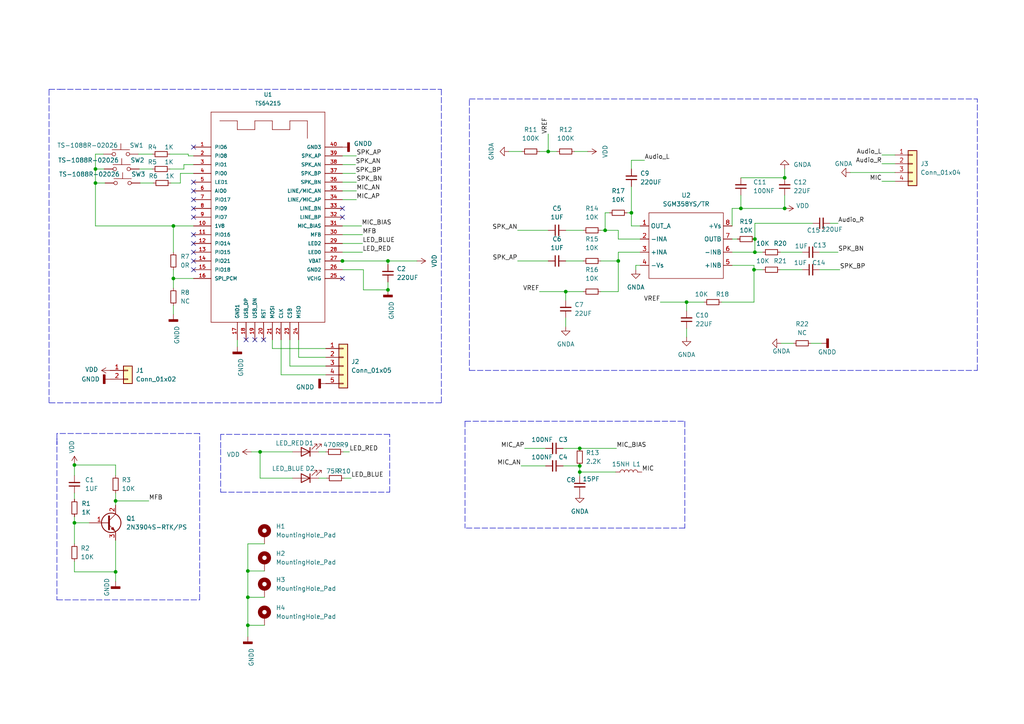
<source format=kicad_sch>
(kicad_sch (version 20211123) (generator eeschema)
  (paper "A4")
  (lib_symbols
    (symbol "Connector_Generic:Conn_01x02" (pin_names (offset 1.016) hide)
      (property "Reference" "J" (at 0 2.54 0))
      (property "Value" "Conn_01x02" (at 0 -5.08 0))
      (symbol "Conn_01x02_1_1"
        (rectangle (start -1.27 -2.413) (end 0 -2.667) (stroke (width 0.1524)))
        (rectangle (start -1.27 0.127) (end 0 -0.127) (stroke (width 0.1524)))
        (rectangle (start -1.27 1.27) (end 1.27 -3.81) (stroke (width 0.254)) (fill (type background)))
        (pin passive line (at -5.08 0 0) (length 3.81) (name "Pin_1") (number "1"))
        (pin passive line (at -5.08 -2.54 0) (length 3.81) (name "Pin_2") (number "2"))
      )
    )
    (symbol "Connector_Generic:Conn_01x04" (pin_names (offset 1.016) hide)
      (property "Reference" "J" (at 0 5.08 0))
      (property "Value" "Conn_01x04" (at 0 -7.62 0))
      (symbol "Conn_01x04_1_1"
        (rectangle (start -1.27 -4.953) (end 0 -5.207) (stroke (width 0.1524)))
        (rectangle (start -1.27 -2.413) (end 0 -2.667) (stroke (width 0.1524)))
        (rectangle (start -1.27 0.127) (end 0 -0.127) (stroke (width 0.1524)))
        (rectangle (start -1.27 2.667) (end 0 2.413) (stroke (width 0.1524)))
        (rectangle (start -1.27 3.81) (end 1.27 -6.35) (stroke (width 0.254)) (fill (type background)))
        (pin passive line (at -5.08 2.54 0) (length 3.81) (name "Pin_1") (number "1"))
        (pin passive line (at -5.08 0 0) (length 3.81) (name "Pin_2") (number "2"))
        (pin passive line (at -5.08 -2.54 0) (length 3.81) (name "Pin_3") (number "3"))
        (pin passive line (at -5.08 -5.08 0) (length 3.81) (name "Pin_4") (number "4"))
      )
    )
    (symbol "Connector_Generic:Conn_01x05" (pin_names (offset 1.016) hide)
      (property "Reference" "J" (at 0 7.62 0))
      (property "Value" "Conn_01x05" (at 0 -7.62 0))
      (symbol "Conn_01x05_1_1"
        (rectangle (start -1.27 -4.953) (end 0 -5.207) (stroke (width 0.1524)))
        (rectangle (start -1.27 -2.413) (end 0 -2.667) (stroke (width 0.1524)))
        (rectangle (start -1.27 0.127) (end 0 -0.127) (stroke (width 0.1524)))
        (rectangle (start -1.27 2.667) (end 0 2.413) (stroke (width 0.1524)))
        (rectangle (start -1.27 5.207) (end 0 4.953) (stroke (width 0.1524)))
        (rectangle (start -1.27 6.35) (end 1.27 -6.35) (stroke (width 0.254)) (fill (type background)))
        (pin passive line (at -5.08 5.08 0) (length 3.81) (name "Pin_1") (number "1"))
        (pin passive line (at -5.08 2.54 0) (length 3.81) (name "Pin_2") (number "2"))
        (pin passive line (at -5.08 0 0) (length 3.81) (name "Pin_3") (number "3"))
        (pin passive line (at -5.08 -2.54 0) (length 3.81) (name "Pin_4") (number "4"))
        (pin passive line (at -5.08 -5.08 0) (length 3.81) (name "Pin_5") (number "5"))
      )
    )
    (symbol "Device:C_Small" (pin_numbers hide) (pin_names (offset 0.254) hide)
      (property "Reference" "C" (at 0.254 1.778 0))
      (property "Value" "C_Small" (at 0.254 -2.032 0))
      (symbol "C_Small_0_1"
        (polyline (pts (xy -1.524 -0.508) (xy 1.524 -0.508)) (stroke (width 0.3302)))
        (polyline (pts (xy -1.524 0.508) (xy 1.524 0.508)) (stroke (width 0.3048)))
      )
      (symbol "C_Small_1_1"
        (pin passive line (at 0 2.54 270) (length 2.032) (name "~") (number "1"))
        (pin passive line (at 0 -2.54 90) (length 2.032) (name "~") (number "2"))
      )
    )
    (symbol "Device:L" (pin_numbers hide) (pin_names (offset 1.016) hide)
      (property "Reference" "L" (at -1.27 0 90))
      (property "Value" "L" (at 1.905 0 90))
      (symbol "L_0_1"
        (arc (start 0 -2.54) (mid 0.635 -1.905) (end 0 -1.27))
        (arc (start 0 -1.27) (mid 0.635 -0.635) (end 0 0))
        (arc (start 0 0) (mid 0.635 0.635) (end 0 1.27))
        (arc (start 0 1.27) (mid 0.635 1.905) (end 0 2.54))
      )
      (symbol "L_1_1"
        (pin passive line (at 0 3.81 270) (length 1.27) (name "1") (number "1"))
        (pin passive line (at 0 -3.81 90) (length 1.27) (name "2") (number "2"))
      )
    )
    (symbol "Device:LED" (pin_numbers hide) (pin_names (offset 1.016) hide)
      (property "Reference" "D" (at 0 2.54 0))
      (property "Value" "LED" (at 0 -2.54 0))
      (symbol "LED_0_1"
        (polyline (pts (xy -1.27 -1.27) (xy -1.27 1.27)) (stroke (width 0.254)))
        (polyline (pts (xy -1.27 0) (xy 1.27 0)))
        (polyline (pts (xy 1.27 -1.27) (xy 1.27 1.27) (xy -1.27 0) (xy 1.27 -1.27)) (stroke (width 0.254)))
        (polyline (pts (xy -3.048 -0.762) (xy -4.572 -2.286) (xy -3.81 -2.286) (xy -4.572 -2.286) (xy -4.572 -1.524)))
        (polyline (pts (xy -1.778 -0.762) (xy -3.302 -2.286) (xy -2.54 -2.286) (xy -3.302 -2.286) (xy -3.302 -1.524)))
      )
      (symbol "LED_1_1"
        (pin passive line (at -3.81 0 0) (length 2.54) (name "K") (number "1"))
        (pin passive line (at 3.81 0 180) (length 2.54) (name "A") (number "2"))
      )
    )
    (symbol "Device:Q_NPN_BCE" (pin_names (offset 0) hide)
      (property "Reference" "Q" (at 5.08 1.27 0))
      (property "Value" "Q_NPN_BCE" (at 5.08 -1.27 0))
      (symbol "Q_NPN_BCE_0_1"
        (polyline (pts (xy 0.635 0.635) (xy 2.54 2.54)))
        (polyline (pts (xy 0.635 -0.635) (xy 2.54 -2.54) (xy 2.54 -2.54)))
        (polyline (pts (xy 0.635 1.905) (xy 0.635 -1.905) (xy 0.635 -1.905)) (stroke (width 0.508)))
        (polyline (pts (xy 1.27 -1.778) (xy 1.778 -1.27) (xy 2.286 -2.286) (xy 1.27 -1.778) (xy 1.27 -1.778)) (fill (type outline)))
        (circle (center 1.27 0) (radius 2.8194) (stroke (width 0.254)))
      )
      (symbol "Q_NPN_BCE_1_1"
        (pin input line (at -5.08 0 0) (length 5.715) (name "B") (number "1"))
        (pin passive line (at 2.54 5.08 270) (length 2.54) (name "C") (number "2"))
        (pin passive line (at 2.54 -5.08 90) (length 2.54) (name "E") (number "3"))
      )
    )
    (symbol "Device:R_Small" (pin_numbers hide) (pin_names (offset 0.254) hide)
      (property "Reference" "R" (at 0.762 0.508 0))
      (property "Value" "R_Small" (at 0.762 -1.016 0))
      (symbol "R_Small_0_1"
        (rectangle (start -0.762 1.778) (end 0.762 -1.778) (stroke (width 0.2032)))
      )
      (symbol "R_Small_1_1"
        (pin passive line (at 0 2.54 270) (length 0.762) (name "~") (number "1"))
        (pin passive line (at 0 -2.54 90) (length 0.762) (name "~") (number "2"))
      )
    )
    (symbol "Mechanical:MountingHole_Pad" (pin_numbers hide) (pin_names (offset 1.016) hide)
      (property "Reference" "H" (at 0 6.35 0))
      (property "Value" "MountingHole_Pad" (at 0 4.445 0))
      (symbol "MountingHole_Pad_0_1"
        (circle (center 0 1.27) (radius 1.27) (stroke (width 1.27)))
      )
      (symbol "MountingHole_Pad_1_1"
        (pin input line (at 0 -2.54 90) (length 2.54) (name "1") (number "1"))
      )
    )
    (symbol "SGM358:SGM358YS{slash}TR"
      (property "Reference" "U" (at 0 0 0))
      (property "Value" "SGM358YS{slash}TR" (at 0 24.13 0))
      (symbol "SGM358YS{slash}TR_0_1"
        (rectangle (start -11.43 21.59) (end 10.16 2.54))
      )
      (symbol "SGM358YS{slash}TR_1_1"
        (pin output line (at -13.97 17.78 0) (length 2.54) (name "OUT_A") (number "1"))
        (pin input line (at -13.97 13.97 0) (length 2.54) (name "-INA") (number "2"))
        (pin input line (at -13.97 10.16 0) (length 2.54) (name "+INA") (number "3"))
        (pin passive line (at -13.97 6.35 0) (length 2.54) (name "-Vs") (number "4"))
        (pin input line (at 12.7 6.35 180) (length 2.54) (name "+INB") (number "5"))
        (pin input line (at 12.7 10.16 180) (length 2.54) (name "-INB") (number "6"))
        (pin output line (at 12.7 13.97 180) (length 2.54) (name "OUTB") (number "7"))
        (pin passive line (at 12.7 17.78 180) (length 2.54) (name "+Vs") (number "8"))
      )
    )
    (symbol "Switch:SW_Push" (pin_numbers hide) (pin_names (offset 1.016) hide)
      (property "Reference" "SW" (at 1.27 2.54 0))
      (property "Value" "SW_Push" (at 0 -1.524 0))
      (symbol "SW_Push_0_1"
        (circle (center -2.032 0) (radius 0.508))
        (polyline (pts (xy 0 1.27) (xy 0 3.048)))
        (polyline (pts (xy 2.54 1.27) (xy -2.54 1.27)))
        (circle (center 2.032 0) (radius 0.508))
        (pin passive line (at -5.08 0 0) (length 2.54) (name "1") (number "1"))
        (pin passive line (at 5.08 0 180) (length 2.54) (name "2") (number "2"))
      )
    )
    (symbol "TS3008:TS64215" (pin_names (offset 1.016))
      (property "Reference" "U" (at 0 63.5 0))
      (property "Value" "TS64215" (at 0 -2.54 0))
      (symbol "TS64215_1_0"
        (polyline (pts (xy 0 0) (xy 33.02 0)))
        (polyline (pts (xy 0 60.96) (xy 0 0)))
        (polyline (pts (xy 7.62 55.88) (xy 7.62 58.42)))
        (polyline (pts (xy 7.62 58.42) (xy 2.54 58.42)))
        (polyline (pts (xy 12.7 55.88) (xy 7.62 55.88)))
        (polyline (pts (xy 12.7 58.42) (xy 12.7 55.88)))
        (polyline (pts (xy 17.78 55.88) (xy 17.78 58.42)))
        (polyline (pts (xy 17.78 58.42) (xy 12.7 58.42)))
        (polyline (pts (xy 22.86 55.88) (xy 17.78 55.88)))
        (polyline (pts (xy 22.86 58.42) (xy 22.86 55.88)))
        (polyline (pts (xy 27.94 53.34) (xy 27.94 58.42)))
        (polyline (pts (xy 27.94 58.42) (xy 22.86 58.42)))
        (polyline (pts (xy 33.02 0) (xy 33.02 60.96)))
        (polyline (pts (xy 33.02 60.96) (xy 0 60.96)))
      )
      (symbol "TS64215_1_1"
        (pin bidirectional line (at -5.08 50.8 0) (length 5.08) (name "PIO6") (number "1"))
        (pin bidirectional line (at -5.08 27.94 0) (length 5.08) (name "1V8") (number "10"))
        (pin bidirectional line (at -5.08 25.4 0) (length 5.08) (name "PIO16") (number "11"))
        (pin bidirectional line (at -5.08 22.86 0) (length 5.08) (name "PIO14") (number "12"))
        (pin bidirectional line (at -5.08 20.32 0) (length 5.08) (name "PIO15") (number "13"))
        (pin bidirectional line (at -5.08 17.78 0) (length 5.08) (name "PIO21") (number "14"))
        (pin bidirectional line (at -5.08 15.24 0) (length 5.08) (name "PIO18") (number "15"))
        (pin bidirectional line (at -5.08 12.7 0) (length 5.08) (name "SPI_PCM") (number "16"))
        (pin bidirectional line (at 7.62 -5.08 90) (length 5.08) (name "GND1") (number "17"))
        (pin bidirectional line (at 10.16 -5.08 90) (length 5.08) (name "USB_DP") (number "18"))
        (pin bidirectional line (at 12.7 -5.08 90) (length 5.08) (name "USB_DN") (number "19"))
        (pin bidirectional line (at -5.08 48.26 0) (length 5.08) (name "PIO8") (number "2"))
        (pin bidirectional line (at 15.24 -5.08 90) (length 5.08) (name "RST") (number "20"))
        (pin bidirectional line (at 17.78 -5.08 90) (length 5.08) (name "MOSI") (number "21"))
        (pin bidirectional line (at 20.32 -5.08 90) (length 5.08) (name "CLK") (number "22"))
        (pin bidirectional line (at 22.86 -5.08 90) (length 5.08) (name "CSB") (number "23"))
        (pin bidirectional line (at 25.4 -5.08 90) (length 5.08) (name "MISO") (number "24"))
        (pin bidirectional line (at 38.1 12.7 180) (length 5.08) (name "VCHG") (number "25"))
        (pin bidirectional line (at 38.1 15.24 180) (length 5.08) (name "GND2") (number "26"))
        (pin bidirectional line (at 38.1 17.78 180) (length 5.08) (name "VBAT") (number "27"))
        (pin bidirectional line (at 38.1 20.32 180) (length 5.08) (name "LED0") (number "28"))
        (pin bidirectional line (at 38.1 22.86 180) (length 5.08) (name "LED2") (number "29"))
        (pin bidirectional line (at -5.08 45.72 0) (length 5.08) (name "PIO1") (number "3"))
        (pin bidirectional line (at 38.1 25.4 180) (length 5.08) (name "MFB") (number "30"))
        (pin bidirectional line (at 38.1 27.94 180) (length 5.08) (name "MIC_BIAS") (number "31"))
        (pin bidirectional line (at 38.1 30.48 180) (length 5.08) (name "LINE_BP") (number "32"))
        (pin bidirectional line (at 38.1 33.02 180) (length 5.08) (name "LINE_BN") (number "33"))
        (pin bidirectional line (at 38.1 35.56 180) (length 5.08) (name "LINE/MIC_AP") (number "34"))
        (pin bidirectional line (at 38.1 38.1 180) (length 5.08) (name "LINE/MIC_AN") (number "35"))
        (pin bidirectional line (at 38.1 40.64 180) (length 5.08) (name "SPK_BN") (number "36"))
        (pin bidirectional line (at 38.1 43.18 180) (length 5.08) (name "SPK_BP") (number "37"))
        (pin bidirectional line (at 38.1 45.72 180) (length 5.08) (name "SPK_AN") (number "38"))
        (pin bidirectional line (at 38.1 48.26 180) (length 5.08) (name "SPK_AP") (number "39"))
        (pin bidirectional line (at -5.08 43.18 0) (length 5.08) (name "PIO0") (number "4"))
        (pin bidirectional line (at 38.1 50.8 180) (length 5.08) (name "GND3") (number "40"))
        (pin bidirectional line (at -5.08 40.64 0) (length 5.08) (name "LED1") (number "5"))
        (pin bidirectional line (at -5.08 38.1 0) (length 5.08) (name "AIO0") (number "6"))
        (pin bidirectional line (at -5.08 35.56 0) (length 5.08) (name "PIO17") (number "7"))
        (pin bidirectional line (at -5.08 33.02 0) (length 5.08) (name "PIO9") (number "8"))
        (pin bidirectional line (at -5.08 30.48 0) (length 5.08) (name "PIO7") (number "9"))
      )
    )
    (symbol "power:GNDA" (power) (pin_names (offset 0))
      (property "Value" "GNDA" (at 0 -3.81 0))
      (symbol "GNDA_0_1"
        (polyline (pts (xy 0 0) (xy 0 -1.27) (xy 1.27 -1.27) (xy 0 -2.54) (xy -1.27 -1.27) (xy 0 -1.27)))
      )
      (symbol "GNDA_1_1"
        (pin power_in line (at 0 0 270) (length 0) hide (name "GNDA") (number "1"))
      )
    )
    (symbol "power:GNDD" (power) (pin_names (offset 0))
      (property "Value" "GNDD" (at 0 -3.175 0))
      (symbol "GNDD_0_1"
        (rectangle (start -1.27 -1.524) (end 1.27 -2.032) (stroke (width 0.254)) (fill (type outline)))
        (polyline (pts (xy 0 0) (xy 0 -1.524)))
      )
      (symbol "GNDD_1_1"
        (pin power_in line (at 0 0 270) (length 0) hide (name "GNDD") (number "1"))
      )
    )
    (symbol "power:VDD" (power) (pin_names (offset 0))
      (property "Value" "VDD" (at 0 3.81 0))
      (symbol "VDD_0_1"
        (polyline (pts (xy -0.762 1.27) (xy 0 2.54)))
        (polyline (pts (xy 0 0) (xy 0 2.54)))
        (polyline (pts (xy 0 2.54) (xy 0.762 1.27)))
      )
      (symbol "VDD_1_1"
        (pin power_in line (at 0 0 90) (length 0) hide (name "VDD") (number "1"))
      )
    )
  )
  (junction (at 71.882 173.228))
  (junction (at 168.148 136.906))
  (junction (at 112.522 75.692))
  (junction (at 168.148 135.128))
  (junction (at 27.686 53.086))
  (junction (at 71.882 181.356))
  (junction (at 50.292 65.532))
  (junction (at 164.084 84.582))
  (junction (at 227.584 60.452))
  (junction (at 21.59 151.638))
  (junction (at 75.438 131.064))
  (junction (at 227.584 51.562))
  (junction (at 218.948 73.152))
  (junction (at 33.528 145.288))
  (junction (at 168.148 130.048))
  (junction (at 218.694 78.232))
  (junction (at 27.686 49.022))
  (junction (at 99.314 75.692))
  (junction (at 183.134 61.722))
  (junction (at 218.948 69.342))
  (junction (at 112.522 84.074))
  (junction (at 199.136 87.63))
  (junction (at 33.528 165.862))
  (junction (at 21.59 134.874))
  (junction (at 159.004 43.942))
  (junction (at 71.882 165.608))
  (junction (at 179.324 75.692))
  (junction (at 214.884 60.452))
  (junction (at 50.292 80.772))
  (junction (at 175.514 66.802))
  (no_connect (at 76.454 98.552))
  (no_connect (at 99.314 62.992))
  (no_connect (at 56.134 68.072))
  (no_connect (at 56.134 57.912))
  (no_connect (at 71.374 98.552))
  (no_connect (at 56.134 70.612))
  (no_connect (at 56.134 52.832))
  (no_connect (at 56.134 75.692))
  (no_connect (at 56.134 42.672))
  (no_connect (at 99.314 60.452))
  (no_connect (at 73.914 98.552))
  (no_connect (at 56.134 73.152))
  (no_connect (at 56.134 55.372))
  (no_connect (at 99.314 80.772))
  (no_connect (at 56.134 78.232))
  (no_connect (at 56.134 60.452))
  (no_connect (at 56.134 62.992))
  (wire (pts (xy 78.994 101.092) (xy 94.488 101.092)))
  (wire (pts (xy 255.778 44.958) (xy 259.588 44.958)))
  (wire (pts (xy 21.59 149.86) (xy 21.59 151.638)))
  (wire (pts (xy 212.344 76.962) (xy 218.694 76.962)))
  (wire (pts (xy 235.204 99.568) (xy 238.252 99.568)))
  (wire (pts (xy 54.61 45.212) (xy 56.134 45.212)))
  (wire (pts (xy 86.614 98.552) (xy 86.614 103.632)))
  (wire (pts (xy 161.544 43.942) (xy 159.004 43.942)))
  (wire (pts (xy 50.292 78.232) (xy 50.292 80.772)))
  (wire (pts (xy 112.522 75.692) (xy 120.904 75.692)))
  (wire (pts (xy 21.59 162.814) (xy 21.59 165.862)))
  (wire (pts (xy 168.148 135.128) (xy 168.148 136.906)))
  (wire (pts (xy 99.314 75.692) (xy 112.522 75.692)))
  (wire (pts (xy 49.276 44.704) (xy 54.61 44.704)))
  (wire (pts (xy 21.59 165.862) (xy 33.528 165.862)))
  (wire (pts (xy 199.136 95.25) (xy 199.136 97.79)))
  (wire (pts (xy 99.822 138.684) (xy 101.854 138.684)))
  (wire (pts (xy 164.084 84.582) (xy 164.084 87.122)))
  (wire (pts (xy 27.686 53.086) (xy 30.48 53.086)))
  (wire (pts (xy 33.528 156.718) (xy 33.528 165.862)))
  (wire (pts (xy 179.324 75.692) (xy 174.244 75.692)))
  (polyline (pts (xy 136.144 107.442) (xy 283.464 107.442)))
  (wire (pts (xy 168.148 130.048) (xy 178.816 130.048)))
  (wire (pts (xy 183.134 54.102) (xy 183.134 61.722)))
  (wire (pts (xy 218.948 69.342) (xy 218.948 73.152)))
  (polyline (pts (xy 113.03 142.748) (xy 113.03 125.984)))
  (polyline (pts (xy 113.03 125.984) (xy 64.008 125.984)))
  (wire (pts (xy 212.344 73.152) (xy 218.948 73.152)))
  (polyline (pts (xy 283.464 28.702) (xy 283.464 29.21)))
  (wire (pts (xy 71.882 173.228) (xy 76.708 173.228)))
  (wire (pts (xy 159.004 43.942) (xy 156.464 43.942)))
  (wire (pts (xy 237.744 73.152) (xy 243.078 73.152)))
  (wire (pts (xy 166.624 43.942) (xy 170.434 43.942)))
  (wire (pts (xy 240.792 64.77) (xy 243.078 64.77)))
  (wire (pts (xy 164.084 92.202) (xy 164.084 94.742)))
  (wire (pts (xy 179.324 69.342) (xy 179.324 66.802)))
  (wire (pts (xy 71.882 181.356) (xy 71.882 184.658)))
  (wire (pts (xy 164.084 66.802) (xy 169.164 66.802)))
  (polyline (pts (xy 198.628 122.174) (xy 198.628 153.162)))
  (wire (pts (xy 212.344 65.532) (xy 212.344 60.452)))
  (wire (pts (xy 218.694 78.232) (xy 221.234 78.232)))
  (wire (pts (xy 218.694 76.962) (xy 218.694 78.232)))
  (polyline (pts (xy 57.912 173.99) (xy 57.912 125.73)))
  (wire (pts (xy 226.568 99.568) (xy 230.124 99.568)))
  (wire (pts (xy 99.314 68.072) (xy 105.156 68.072)))
  (wire (pts (xy 175.514 66.802) (xy 174.244 66.802)))
  (wire (pts (xy 92.456 138.684) (xy 94.742 138.684)))
  (polyline (pts (xy 283.464 107.442) (xy 283.464 29.21)))
  (wire (pts (xy 191.516 87.63) (xy 199.136 87.63)))
  (wire (pts (xy 164.084 75.692) (xy 169.164 75.692)))
  (wire (pts (xy 183.134 61.722) (xy 183.134 65.532)))
  (wire (pts (xy 179.324 69.342) (xy 185.674 69.342)))
  (wire (pts (xy 76.708 157.734) (xy 71.882 157.734)))
  (wire (pts (xy 226.314 78.232) (xy 232.664 78.232)))
  (wire (pts (xy 49.53 53.086) (xy 52.324 53.086)))
  (wire (pts (xy 156.464 84.582) (xy 164.084 84.582)))
  (wire (pts (xy 175.514 66.802) (xy 175.514 61.722)))
  (wire (pts (xy 168.148 136.906) (xy 178.562 136.906)))
  (wire (pts (xy 227.584 49.022) (xy 227.584 51.562)))
  (wire (pts (xy 53.34 47.752) (xy 56.134 47.752)))
  (wire (pts (xy 54.61 44.704) (xy 54.61 45.212)))
  (wire (pts (xy 33.528 165.862) (xy 33.528 168.656)))
  (wire (pts (xy 163.322 135.128) (xy 168.148 135.128)))
  (wire (pts (xy 218.948 69.342) (xy 218.948 64.77)))
  (polyline (pts (xy 57.912 125.73) (xy 16.51 125.73)))
  (wire (pts (xy 71.882 165.608) (xy 71.882 173.228)))
  (wire (pts (xy 179.324 75.692) (xy 179.324 84.582)))
  (polyline (pts (xy 136.144 28.702) (xy 283.464 28.702)))
  (wire (pts (xy 152.146 130.048) (xy 158.242 130.048)))
  (polyline (pts (xy 134.874 122.174) (xy 134.874 153.162)))
  (wire (pts (xy 99.314 73.152) (xy 105.156 73.152)))
  (polyline (pts (xy 64.008 125.984) (xy 64.008 130.302)))
  (wire (pts (xy 29.972 44.704) (xy 27.686 44.704)))
  (wire (pts (xy 99.314 65.532) (xy 104.902 65.532)))
  (wire (pts (xy 212.344 60.452) (xy 214.884 60.452)))
  (wire (pts (xy 33.528 134.874) (xy 21.59 134.874)))
  (polyline (pts (xy 64.008 130.302) (xy 64.008 142.748)))
  (polyline (pts (xy 128.016 25.908) (xy 128.016 116.84)))
  (wire (pts (xy 99.568 131.064) (xy 101.346 131.064)))
  (wire (pts (xy 27.686 49.022) (xy 30.226 49.022)))
  (wire (pts (xy 68.834 98.552) (xy 68.834 100.584)))
  (wire (pts (xy 237.744 78.232) (xy 243.586 78.232)))
  (wire (pts (xy 21.59 143.002) (xy 21.59 144.78)))
  (wire (pts (xy 27.686 65.532) (xy 50.292 65.532)))
  (wire (pts (xy 99.314 45.212) (xy 103.378 45.212)))
  (wire (pts (xy 53.34 49.022) (xy 53.34 47.752)))
  (wire (pts (xy 204.216 87.63) (xy 199.136 87.63)))
  (wire (pts (xy 86.614 103.632) (xy 94.488 103.632)))
  (wire (pts (xy 27.686 44.704) (xy 27.686 49.022)))
  (wire (pts (xy 151.384 43.942) (xy 147.574 43.942)))
  (wire (pts (xy 184.404 76.962) (xy 184.404 78.232)))
  (wire (pts (xy 214.884 60.452) (xy 214.884 56.642)))
  (wire (pts (xy 75.438 131.064) (xy 75.438 138.684)))
  (wire (pts (xy 99.314 78.232) (xy 105.41 78.232)))
  (wire (pts (xy 71.882 157.734) (xy 71.882 165.608)))
  (wire (pts (xy 112.522 75.692) (xy 112.522 76.708)))
  (wire (pts (xy 183.134 46.482) (xy 186.944 46.482)))
  (wire (pts (xy 112.522 81.788) (xy 112.522 84.074)))
  (wire (pts (xy 94.488 108.712) (xy 81.534 108.712)))
  (wire (pts (xy 33.528 137.922) (xy 33.528 134.874)))
  (wire (pts (xy 179.324 66.802) (xy 175.514 66.802)))
  (polyline (pts (xy 14.224 116.84) (xy 14.224 25.908)))
  (wire (pts (xy 218.948 73.152) (xy 221.234 73.152)))
  (wire (pts (xy 84.074 98.552) (xy 84.074 106.172)))
  (wire (pts (xy 199.136 87.63) (xy 199.136 90.17)))
  (wire (pts (xy 226.314 73.152) (xy 232.664 73.152)))
  (wire (pts (xy 163.322 130.048) (xy 168.148 130.048)))
  (wire (pts (xy 50.292 65.532) (xy 56.134 65.532)))
  (wire (pts (xy 99.314 52.832) (xy 103.378 52.832)))
  (wire (pts (xy 56.134 80.772) (xy 50.292 80.772)))
  (wire (pts (xy 71.882 181.356) (xy 76.708 181.356)))
  (wire (pts (xy 159.004 38.862) (xy 159.004 43.942)))
  (wire (pts (xy 175.514 61.722) (xy 176.784 61.722)))
  (wire (pts (xy 84.074 106.172) (xy 94.488 106.172)))
  (wire (pts (xy 40.64 53.086) (xy 44.45 53.086)))
  (wire (pts (xy 227.584 60.452) (xy 227.584 56.642)))
  (wire (pts (xy 50.292 73.152) (xy 50.292 65.532)))
  (wire (pts (xy 218.694 78.232) (xy 218.694 87.63)))
  (wire (pts (xy 214.884 51.562) (xy 227.584 51.562)))
  (wire (pts (xy 84.836 131.064) (xy 75.438 131.064)))
  (polyline (pts (xy 16.51 173.99) (xy 57.912 173.99)))
  (wire (pts (xy 212.344 69.342) (xy 213.868 69.342)))
  (wire (pts (xy 71.882 165.608) (xy 76.708 165.608)))
  (wire (pts (xy 105.41 78.232) (xy 105.41 84.074)))
  (wire (pts (xy 52.324 50.292) (xy 56.134 50.292)))
  (polyline (pts (xy 17.272 25.908) (xy 128.016 25.908)))
  (wire (pts (xy 183.134 49.022) (xy 183.134 46.482)))
  (wire (pts (xy 33.528 145.288) (xy 43.18 145.288)))
  (polyline (pts (xy 134.874 122.174) (xy 198.628 122.174)))
  (wire (pts (xy 99.314 47.752) (xy 103.124 47.752)))
  (wire (pts (xy 52.324 53.086) (xy 52.324 50.292)))
  (polyline (pts (xy 128.016 116.84) (xy 14.224 116.84)))
  (wire (pts (xy 185.674 76.962) (xy 184.404 76.962)))
  (wire (pts (xy 75.438 138.684) (xy 84.836 138.684)))
  (wire (pts (xy 27.686 49.022) (xy 27.686 53.086)))
  (wire (pts (xy 105.41 84.074) (xy 112.522 84.074)))
  (wire (pts (xy 209.296 87.63) (xy 218.694 87.63)))
  (wire (pts (xy 99.314 55.372) (xy 103.378 55.372)))
  (wire (pts (xy 183.134 65.532) (xy 185.674 65.532)))
  (wire (pts (xy 92.456 131.064) (xy 94.488 131.064)))
  (wire (pts (xy 99.06 75.692) (xy 99.314 75.692)))
  (wire (pts (xy 21.59 134.874) (xy 21.59 137.922)))
  (wire (pts (xy 99.314 70.612) (xy 105.156 70.612)))
  (wire (pts (xy 255.778 47.498) (xy 259.588 47.498)))
  (polyline (pts (xy 136.144 28.956) (xy 136.144 107.442)))
  (wire (pts (xy 21.59 151.638) (xy 21.59 157.734)))
  (wire (pts (xy 151.13 135.128) (xy 158.242 135.128)))
  (wire (pts (xy 218.948 64.77) (xy 235.712 64.77)))
  (wire (pts (xy 255.778 52.578) (xy 259.588 52.578)))
  (wire (pts (xy 179.324 73.152) (xy 179.324 75.692)))
  (wire (pts (xy 78.994 98.552) (xy 78.994 101.092)))
  (wire (pts (xy 169.164 84.582) (xy 164.084 84.582)))
  (wire (pts (xy 150.114 66.802) (xy 159.004 66.802)))
  (wire (pts (xy 246.634 50.038) (xy 259.588 50.038)))
  (polyline (pts (xy 14.224 25.908) (xy 17.526 25.908)))
  (polyline (pts (xy 64.008 142.748) (xy 113.03 142.748)))
  (wire (pts (xy 40.132 44.704) (xy 44.196 44.704)))
  (wire (pts (xy 27.686 53.086) (xy 27.686 65.532)))
  (polyline (pts (xy 16.51 127.254) (xy 16.51 173.99)))
  (wire (pts (xy 50.292 80.772) (xy 50.292 83.566)))
  (polyline (pts (xy 198.628 153.162) (xy 134.874 153.162)))
  (wire (pts (xy 21.59 151.638) (xy 25.908 151.638)))
  (wire (pts (xy 181.864 61.722) (xy 183.134 61.722)))
  (wire (pts (xy 71.882 173.228) (xy 71.882 181.356)))
  (wire (pts (xy 50.292 88.646) (xy 50.292 91.186)))
  (wire (pts (xy 72.898 131.064) (xy 75.438 131.064)))
  (wire (pts (xy 33.528 143.002) (xy 33.528 145.288)))
  (wire (pts (xy 174.244 84.582) (xy 179.324 84.582)))
  (wire (pts (xy 81.534 108.712) (xy 81.534 98.552)))
  (wire (pts (xy 49.276 49.022) (xy 53.34 49.022)))
  (wire (pts (xy 40.386 49.022) (xy 44.196 49.022)))
  (wire (pts (xy 214.884 60.452) (xy 227.584 60.452)))
  (wire (pts (xy 168.148 136.906) (xy 168.148 138.176)))
  (wire (pts (xy 99.314 50.292) (xy 103.124 50.292)))
  (polyline (pts (xy 16.51 125.73) (xy 16.51 129.032)))
  (wire (pts (xy 33.528 145.288) (xy 33.528 146.558)))
  (wire (pts (xy 150.114 75.692) (xy 159.004 75.692)))
  (wire (pts (xy 99.314 57.912) (xy 103.378 57.912)))
  (wire (pts (xy 179.324 73.152) (xy 185.674 73.152)))
  (label "LED_BLUE" (at 105.156 70.612 0))
  (label "MIC_AP" (at 152.146 130.048 180))
  (label "Audio_R" (at 255.778 47.498 180))
  (label "MIC_AN" (at 103.378 55.372 0))
  (label "SPK_AN" (at 150.114 66.802 180))
  (label "SPK_BP" (at 243.586 78.232 0))
  (label "MIC_AP" (at 103.378 57.912 0))
  (label "SPK_AN" (at 103.124 47.752 0))
  (label "Audio_L" (at 255.778 44.958 180))
  (label "MFB" (at 43.18 145.288 0))
  (label "SPK_BN" (at 243.078 73.152 0))
  (label "VREF" (at 156.464 84.582 180))
  (label "MIC" (at 255.778 52.578 180))
  (label "MIC_BIAS" (at 104.902 65.532 0))
  (label "SPK_AP" (at 150.114 75.692 180))
  (label "Audio_L" (at 186.944 46.482 0))
  (label "SPK_BP" (at 103.124 50.292 0))
  (label "SPK_BN" (at 103.378 52.832 0))
  (label "MIC_AN" (at 151.13 135.128 180))
  (label "MIC" (at 186.182 136.906 0))
  (label "LED_RED" (at 105.156 73.152 0))
  (label "LED_BLUE" (at 101.854 138.684 0))
  (label "LED_RED" (at 101.346 131.064 0))
  (label "MFB" (at 105.156 68.072 0))
  (label "VREF" (at 159.004 38.862 90))
  (label "VREF" (at 191.516 87.63 180))
  (label "SPK_AP" (at 103.378 45.212 0))
  (label "Audio_R" (at 243.078 64.77 0))
  (label "MIC_BIAS" (at 178.816 130.048 0))
  (symbol (lib_id "Device:R_Small") (at 223.774 73.152 270) (unit 1)
    (property "Reference" "R20" (at 226.314 70.612 90))
    (property "Value" "10K" (at 221.234 70.612 90))
    (property "Footprint" "Resistor_SMD:R_0603_1608Metric" (effects hide))
  )
  (symbol (lib_id "TS3008:TS64215") (at 61.214 93.472 0) (unit 1)
    (property "Reference" "U1" (at 77.724 27.432 0) (effects (font (size 1.143 1.143))))
    (property "Value" "TS64215" (at 77.724 29.972 0) (effects (font (size 1.143 1.143))))
    (property "Footprint" "BluetoothAudioModule(2)_TS64215" (effects hide))
  )
  (symbol (lib_id "Device:R_Small") (at 164.084 43.942 270) (unit 1)
    (property "Reference" "R12" (at 164.084 37.592 90))
    (property "Value" "100K" (at 164.084 40.132 90))
    (property "Footprint" "Resistor_SMD:R_0402_1005Metric" (effects hide))
  )
  (symbol (lib_id "Device:C_Small") (at 160.782 135.128 270) (unit 1)
    (property "Reference" "C4" (at 163.322 132.588 90))
    (property "Value" "100NF" (at 157.226 132.588 90))
    (property "Footprint" "Capacitor_SMD:C_01005_0402Metric" (effects hide))
  )
  (symbol (lib_id "power:GNDA") (at 226.568 99.568 270) (unit 1)
    (property "Reference" "#PWR019" (effects hide))
    (property "Value" "GNDA" (at 224.028 101.854 90) (effects (justify left)))
  )
  (symbol (lib_id "Mechanical:MountingHole_Pad") (at 76.708 178.816 0) (unit 1)
    (property "Reference" "H4" (at 80.01 176.2759 0) (effects (justify left)))
    (property "Value" "MountingHole_Pad" (at 80.01 178.8159 0) (effects (justify left)))
    (property "Footprint" "MountingHole:MountingHole_2.2mm_M2_DIN965_Pad_TopBottom" (effects hide))
  )
  (symbol (lib_id "Device:R_Small") (at 168.148 132.588 180) (unit 1)
    (property "Reference" "R13" (at 169.926 131.3179 0) (effects (justify right)))
    (property "Value" "2.2K" (at 169.926 133.8579 0) (effects (justify right)))
    (property "Footprint" "Resistor_SMD:R_0402_1005Metric" (effects hide))
  )
  (symbol (lib_id "Device:L") (at 182.372 136.906 90) (unit 1)
    (property "Reference" "L1" (at 184.658 134.62 90))
    (property "Value" "15NH" (at 180.086 134.62 90))
    (property "Footprint" "Inductor_SMD:L_0402_1005Metric" (effects hide))
  )
  (symbol (lib_id "Device:C_Small") (at 164.084 89.662 180) (unit 1)
    (property "Reference" "C7" (at 166.624 88.3855 0) (effects (justify right)))
    (property "Value" "22UF" (at 166.624 90.9255 0) (effects (justify right)))
    (property "Footprint" "Capacitor_SMD:C_1206_3216Metric" (effects hide))
  )
  (symbol (lib_id "Device:R_Small") (at 46.99 53.086 90) (unit 1)
    (property "Reference" "R6" (at 44.45 51.054 90))
    (property "Value" "1K" (at 49.276 51.054 90))
    (property "Footprint" "Resistor_SMD:R_0402_1005Metric" (effects hide))
  )
  (symbol (lib_id "Device:R_Small") (at 171.704 84.582 90) (unit 1)
    (property "Reference" "R16" (at 171.704 78.232 90))
    (property "Value" "10K" (at 171.704 80.772 90))
    (property "Footprint" "Resistor_SMD:R_0402_1005Metric" (effects hide))
  )
  (symbol (lib_id "Mechanical:MountingHole_Pad") (at 76.708 170.688 0) (unit 1)
    (property "Reference" "H3" (at 80.01 168.1479 0) (effects (justify left)))
    (property "Value" "MountingHole_Pad" (at 80.01 170.6879 0) (effects (justify left)))
    (property "Footprint" "MountingHole:MountingHole_2.2mm_M2_DIN965_Pad_TopBottom" (effects hide))
  )
  (symbol (lib_id "Device:C_Small") (at 235.204 73.152 90) (unit 1)
    (property "Reference" "C13" (at 237.744 71.12 90))
    (property "Value" "1UF" (at 232.41 71.374 90))
    (property "Footprint" "Capacitor_SMD:C_0402_1005Metric" (effects hide))
  )
  (symbol (lib_id "Switch:SW_Push") (at 35.052 44.704 0) (unit 1)
    (property "Reference" "SW1" (at 39.624 42.164 0))
    (property "Value" "TS-1088R-02026" (at 25.4 42.164 0))
    (property "Footprint" "Copy" (effects hide))
    (property "JLCPCB" "C455280" (effects hide))
  )
  (symbol (lib_id "Device:C_Small") (at 161.544 75.692 90) (unit 1)
    (property "Reference" "C6" (at 161.5503 69.342 90))
    (property "Value" "1UF" (at 161.5503 71.882 90))
    (property "Footprint" "Capacitor_SMD:C_01005_0402Metric" (effects hide))
  )
  (symbol (lib_id "power:GNDA") (at 164.084 94.742 0) (unit 1)
    (property "Reference" "#PWR014" (effects hide))
    (property "Value" "GNDA" (at 164.084 99.822 0))
  )
  (symbol (lib_id "SGM358:SGM358YS{slash}TR") (at 199.644 83.312 0) (unit 1)
    (property "Reference" "U2" (at 199.009 56.642 0))
    (property "Value" "SGM358YS/TR" (at 199.009 59.182 0))
    (property "Footprint" "Package_SO:SOIC-8_3.9x4.9mm_P1.27mm" (effects hide))
    (property "Datasheet" "http://www.sg-micro.com/uploads/soft/20211227/1640572632.pdf" (effects hide))
  )
  (symbol (lib_id "Device:R_Small") (at 50.292 86.106 180) (unit 1)
    (property "Reference" "R8" (at 52.324 84.8359 0) (effects (justify right)))
    (property "Value" "NC" (at 52.324 87.3759 0) (effects (justify right)))
    (property "Footprint" "Resistor_SMD:R_0805_2012Metric" (effects hide))
  )
  (symbol (lib_id "power:GNDD") (at 71.882 184.658 0) (unit 1)
    (property "Reference" "#PWR07" (effects hide))
    (property "Value" "GNDD" (at 72.898 187.96 90) (effects (justify right)))
  )
  (symbol (lib_id "power:GNDD") (at 68.834 100.584 0) (unit 1)
    (property "Reference" "#PWR06" (effects hide))
    (property "Value" "GNDD" (at 69.85 103.886 90) (effects (justify right)))
  )
  (symbol (lib_id "power:GNDD") (at 94.488 111.252 270) (unit 1)
    (property "Reference" "#PWR09" (effects hide))
    (property "Value" "GNDD" (at 91.186 112.268 90) (effects (justify right)))
  )
  (symbol (lib_id "power:GNDD") (at 33.528 168.656 0) (unit 1)
    (property "Reference" "#PWR04" (effects hide))
    (property "Value" "GNDD" (at 30.988 167.64 90) (effects (justify right)))
  )
  (symbol (lib_id "power:VDD") (at 170.434 43.942 270) (unit 1)
    (property "Reference" "#PWR016" (effects hide))
    (property "Value" "VDD" (at 175.514 43.942 0))
  )
  (symbol (lib_id "power:GNDA") (at 168.148 143.256 0) (unit 1)
    (property "Reference" "#PWR015" (effects hide))
    (property "Value" "GNDA" (at 168.148 148.336 0))
  )
  (symbol (lib_id "power:GNDD") (at 99.314 42.672 90) (unit 1)
    (property "Reference" "#PWR010" (effects hide))
    (property "Value" "GNDD" (at 102.616 41.656 90) (effects (justify right)))
  )
  (symbol (lib_id "Device:R_Small") (at 232.664 99.568 90) (unit 1)
    (property "Reference" "R22" (at 232.664 93.98 90))
    (property "Value" "NC" (at 232.664 96.52 90))
    (property "Footprint" "Resistor_SMD:R_0805_2012Metric" (effects hide))
  )
  (symbol (lib_id "power:GNDA") (at 147.574 43.942 270) (unit 1)
    (property "Reference" "#PWR013" (effects hide))
    (property "Value" "GNDA" (at 142.494 43.942 0))
  )
  (symbol (lib_id "Device:R_Small") (at 97.282 138.684 90) (unit 1)
    (property "Reference" "R10" (at 99.822 136.652 90))
    (property "Value" "75R" (at 96.52 136.652 90))
    (property "Footprint" "Resistor_SMD:R_0603_1608Metric" (effects hide))
  )
  (symbol (lib_id "Device:C_Small") (at 161.544 66.802 90) (unit 1)
    (property "Reference" "C5" (at 161.5503 60.452 90))
    (property "Value" "1UF" (at 161.5503 62.992 90))
    (property "Footprint" "Capacitor_SMD:C_01005_0402Metric" (effects hide))
  )
  (symbol (lib_id "power:GNDD") (at 112.522 84.074 0) (unit 1)
    (property "Reference" "#PWR011" (effects hide))
    (property "Value" "GNDD" (at 113.538 87.376 90) (effects (justify right)))
  )
  (symbol (lib_id "power:VDD") (at 32.004 107.442 90) (unit 1)
    (property "Reference" "#PWR02" (effects hide))
    (property "Value" "VDD" (at 24.638 107.188 90) (effects (justify right)))
  )
  (symbol (lib_id "Device:R_Small") (at 50.292 75.692 180) (unit 1)
    (property "Reference" "R7" (at 52.324 74.4219 0) (effects (justify right)))
    (property "Value" "0R" (at 52.324 76.9619 0) (effects (justify right)))
    (property "Footprint" "Resistor_SMD:R_0805_2012Metric" (effects hide))
  )
  (symbol (lib_id "power:GNDA") (at 199.136 97.79 0) (unit 1)
    (property "Reference" "#PWR018" (effects hide))
    (property "Value" "GNDA" (at 199.136 102.87 0))
  )
  (symbol (lib_id "Mechanical:MountingHole_Pad") (at 76.708 155.194 0) (unit 1)
    (property "Reference" "H1" (at 80.01 152.6539 0) (effects (justify left)))
    (property "Value" "MountingHole_Pad" (at 80.01 155.1939 0) (effects (justify left)))
    (property "Footprint" "MountingHole:MountingHole_2.2mm_M2_DIN965_Pad_TopBottom" (effects hide))
  )
  (symbol (lib_id "power:GNDA") (at 246.634 50.038 270) (unit 1)
    (property "Reference" "#PWR023" (effects hide))
    (property "Value" "GNDA" (at 242.062 47.498 90) (effects (justify left)))
  )
  (symbol (lib_id "Device:C_Small") (at 112.522 79.248 180) (unit 1)
    (property "Reference" "C2" (at 115.062 77.9715 0) (effects (justify right)))
    (property "Value" "220UF" (at 115.062 80.5115 0) (effects (justify right)))
    (property "Footprint" "Capacitor_SMD:C_1206_3216Metric" (effects hide))
  )
  (symbol (lib_id "power:GNDD") (at 32.004 109.982 270) (unit 1)
    (property "Reference" "#PWR03" (effects hide))
    (property "Value" "GNDD" (at 28.956 109.982 90) (effects (justify right)))
  )
  (symbol (lib_id "Device:C_Small") (at 238.252 64.77 90) (unit 1)
    (property "Reference" "C15" (at 235.966 66.802 90))
    (property "Value" "220UF" (at 241.3 66.548 90))
    (property "Footprint" "Capacitor_SMD:C_1206_3216Metric" (effects hide))
  )
  (symbol (lib_id "power:GNDD") (at 50.292 91.186 0) (unit 1)
    (property "Reference" "#PWR05" (effects hide))
    (property "Value" "GNDD" (at 51.308 94.488 90) (effects (justify right)))
  )
  (symbol (lib_id "Mechanical:MountingHole_Pad") (at 76.708 163.068 0) (unit 1)
    (property "Reference" "H2" (at 80.01 160.5279 0) (effects (justify left)))
    (property "Value" "MountingHole_Pad" (at 80.01 163.0679 0) (effects (justify left)))
    (property "Footprint" "MountingHole:MountingHole_2.2mm_M2_DIN965_Pad_TopBottom" (effects hide))
  )
  (symbol (lib_id "Device:R_Small") (at 97.028 131.064 270) (unit 1)
    (property "Reference" "R9" (at 99.822 129.032 90))
    (property "Value" "470R" (at 96.266 129.032 90))
    (property "Footprint" "Resistor_SMD:R_0603_1608Metric" (effects hide))
  )
  (symbol (lib_id "power:GNDA") (at 184.404 78.232 0) (unit 1)
    (property "Reference" "#PWR017" (effects hide))
    (property "Value" "GNDA" (at 184.404 83.312 0))
  )
  (symbol (lib_id "Device:R_Small") (at 33.528 140.462 180) (unit 1)
    (property "Reference" "R3" (at 35.306 139.1919 0) (effects (justify right)))
    (property "Value" "10K" (at 35.306 141.7319 0) (effects (justify right)))
    (property "Footprint" "Resistor_SMD:R_0402_1005Metric" (effects hide))
  )
  (symbol (lib_id "Device:R_Small") (at 46.736 49.022 90) (unit 1)
    (property "Reference" "R5" (at 44.196 46.99 90))
    (property "Value" "1K" (at 49.022 46.99 90))
    (property "Footprint" "Resistor_SMD:R_0402_1005Metric" (effects hide))
  )
  (symbol (lib_id "Device:LED") (at 88.646 131.064 180) (unit 1)
    (property "Reference" "D1" (at 89.662 128.524 0))
    (property "Value" "LED_RED" (at 84.074 128.524 0))
    (property "Footprint" "LED_SMD:LED_0805_2012Metric" (effects hide))
    (property "JLCPCB" "C130114" (effects hide))
  )
  (symbol (lib_id "Device:R_Small") (at 46.736 44.704 90) (unit 1)
    (property "Reference" "R4" (at 44.196 42.672 90))
    (property "Value" "1K" (at 49.022 42.672 90))
    (property "Footprint" "Resistor_SMD:R_0402_1005Metric" (effects hide))
  )
  (symbol (lib_id "Connector_Generic:Conn_01x05") (at 99.568 106.172 0) (unit 1)
    (property "Reference" "J2" (at 101.854 104.9019 0) (effects (justify left)))
    (property "Value" "Conn_01x05" (at 101.854 107.4419 0) (effects (justify left)))
    (property "Footprint" "Connector_PinHeader_2.54mm:PinHeader_1x05_P2.54mm_Vertical" (effects hide))
  )
  (symbol (lib_id "Device:Q_NPN_BCE") (at 30.988 151.638 0) (unit 1)
    (property "Reference" "Q1" (at 36.576 150.3679 0) (effects (justify left)))
    (property "Value" "2N3904S-RTK/PS" (at 36.576 152.9079 0) (effects (justify left)))
    (property "Footprint" "Package_TO_SOT_SMD:SOT-23" (effects hide))
  )
  (symbol (lib_id "Device:C_Small") (at 214.884 54.102 180) (unit 1)
    (property "Reference" "C11" (at 218.44 52.8255 0) (effects (justify right)))
    (property "Value" "100NF" (at 218.44 55.3655 0) (effects (justify right)))
    (property "Footprint" "Capacitor_SMD:C_0402_1005Metric" (effects hide))
  )
  (symbol (lib_id "Device:R_Small") (at 21.59 147.32 0) (unit 1)
    (property "Reference" "R1" (at 23.622 146.0499 0) (effects (justify left)))
    (property "Value" "1K" (at 23.622 148.5899 0) (effects (justify left)))
    (property "Footprint" "Resistor_SMD:R_0402_1005Metric" (effects hide))
  )
  (symbol (lib_id "Device:R_Small") (at 153.924 43.942 270) (unit 1)
    (property "Reference" "R11" (at 153.924 37.592 90))
    (property "Value" "100K" (at 153.924 40.132 90))
    (property "Footprint" "Resistor_SMD:R_0402_1005Metric" (effects hide))
  )
  (symbol (lib_id "Device:C_Small") (at 160.782 130.048 270) (unit 1)
    (property "Reference" "C3" (at 163.322 127.508 90))
    (property "Value" "100NF" (at 157.226 127.508 90))
    (property "Footprint" "Capacitor_SMD:C_01005_0402Metric" (effects hide))
  )
  (symbol (lib_id "Device:C_Small") (at 227.584 54.102 180) (unit 1)
    (property "Reference" "C12" (at 230.124 52.8255 0) (effects (justify right)))
    (property "Value" "22UF" (at 230.124 55.3655 0) (effects (justify right)))
    (property "Footprint" "Capacitor_SMD:C_1206_3216Metric" (effects hide))
  )
  (symbol (lib_id "Device:C_Small") (at 199.136 92.71 180) (unit 1)
    (property "Reference" "C10" (at 201.676 91.4335 0) (effects (justify right)))
    (property "Value" "22UF" (at 201.676 93.9735 0) (effects (justify right)))
    (property "Footprint" "Capacitor_SMD:C_1206_3216Metric" (effects hide))
  )
  (symbol (lib_id "power:VDD") (at 227.584 60.452 270) (unit 1)
    (property "Reference" "#PWR021" (effects hide))
    (property "Value" "VDD" (at 230.886 59.69 90) (effects (justify left)))
  )
  (symbol (lib_id "power:VDD") (at 120.904 75.692 270) (unit 1)
    (property "Reference" "#PWR012" (effects hide))
    (property "Value" "VDD" (at 125.984 75.692 0))
  )
  (symbol (lib_id "Device:R_Small") (at 206.756 87.63 90) (unit 1)
    (property "Reference" "R18" (at 209.55 85.344 90))
    (property "Value" "10K" (at 203.454 85.344 90))
    (property "Footprint" "Resistor_SMD:R_0402_1005Metric" (effects hide))
  )
  (symbol (lib_id "Device:R_Small") (at 223.774 78.232 270) (unit 1)
    (property "Reference" "R21" (at 226.314 75.692 90))
    (property "Value" "10K" (at 221.234 75.692 90))
    (property "Footprint" "Resistor_SMD:R_0603_1608Metric" (effects hide))
  )
  (symbol (lib_id "power:VDD") (at 21.59 134.874 0) (unit 1)
    (property "Reference" "#PWR01" (effects hide))
    (property "Value" "VDD" (at 20.828 131.572 90) (effects (justify left)))
  )
  (symbol (lib_id "power:GNDD") (at 238.252 99.568 90) (unit 1)
    (property "Reference" "#PWR022" (effects hide))
    (property "Value" "GNDD" (at 237.236 102.108 90) (effects (justify right)))
  )
  (symbol (lib_id "Device:R_Small") (at 179.324 61.722 270) (unit 1)
    (property "Reference" "R17" (at 179.324 55.372 90))
    (property "Value" "10K" (at 179.324 57.912 90))
    (property "Footprint" "Resistor_SMD:R_0603_1608Metric" (effects hide))
  )
  (symbol (lib_id "Device:R_Small") (at 171.704 66.802 90) (unit 1)
    (property "Reference" "R14" (at 171.704 60.452 90))
    (property "Value" "10K" (at 171.704 62.992 90))
    (property "Footprint" "Resistor_SMD:R_0603_1608Metric" (effects hide))
  )
  (symbol (lib_id "Device:R_Small") (at 21.59 160.274 180) (unit 1)
    (property "Reference" "R2" (at 23.368 159.0039 0) (effects (justify right)))
    (property "Value" "10K" (at 23.368 161.5439 0) (effects (justify right)))
    (property "Footprint" "Resistor_SMD:R_0402_1005Metric" (effects hide))
  )
  (symbol (lib_id "Device:LED") (at 88.646 138.684 180) (unit 1)
    (property "Reference" "D2" (at 89.916 135.89 0))
    (property "Value" "LED_BLUE" (at 83.566 135.89 0))
    (property "Footprint" "LED_SMD:LED_0805_2012Metric" (effects hide))
    (property "JLCPCB" "C84259" (effects hide))
  )
  (symbol (lib_id "Connector_Generic:Conn_01x04") (at 264.668 47.498 0) (unit 1)
    (property "Reference" "J3" (at 266.954 47.4979 0) (effects (justify left)))
    (property "Value" "Conn_01x04" (at 266.954 50.0379 0) (effects (justify left)))
    (property "Footprint" "Connector_PinHeader_2.54mm:PinHeader_1x04_P2.54mm_Vertical" (effects hide))
  )
  (symbol (lib_id "Device:C_Small") (at 183.134 51.562 180) (unit 1)
    (property "Reference" "C9" (at 185.674 50.2855 0) (effects (justify right)))
    (property "Value" "220UF" (at 185.674 52.8255 0) (effects (justify right)))
    (property "Footprint" "Capacitor_SMD:C_1206_3216Metric" (effects hide))
  )
  (symbol (lib_id "power:VDD") (at 72.898 131.064 90) (unit 1)
    (property "Reference" "#PWR08" (effects hide))
    (property "Value" "VDD" (at 69.596 131.826 90) (effects (justify left)))
  )
  (symbol (lib_id "Connector_Generic:Conn_01x02") (at 37.084 107.442 0) (unit 1)
    (property "Reference" "J1" (at 39.37 107.4419 0) (effects (justify left)))
    (property "Value" "Conn_01x02" (at 39.37 109.9819 0) (effects (justify left)))
    (property "Footprint" "Connector_PinHeader_2.54mm:PinHeader_1x02_P2.54mm_Vertical" (effects hide))
  )
  (symbol (lib_id "Device:R_Small") (at 216.408 69.342 270) (unit 1)
    (property "Reference" "R19" (at 216.408 64.262 90))
    (property "Value" "10K" (at 216.408 66.802 90))
    (property "Footprint" "Resistor_SMD:R_0603_1608Metric" (effects hide))
  )
  (symbol (lib_id "Device:R_Small") (at 171.704 75.692 90) (unit 1)
    (property "Reference" "R15" (at 171.704 69.342 90))
    (property "Value" "10K" (at 171.704 71.882 90))
    (property "Footprint" "Resistor_SMD:R_0603_1608Metric" (effects hide))
  )
  (symbol (lib_id "Device:C_Small") (at 235.204 78.232 90) (unit 1)
    (property "Reference" "C14" (at 237.49 76.2 90))
    (property "Value" "1UF" (at 232.156 76.2 90))
    (property "Footprint" "Capacitor_SMD:C_0402_1005Metric" (effects hide))
  )
  (symbol (lib_id "power:GNDA") (at 227.584 49.022 180) (unit 1)
    (property "Reference" "#PWR020" (effects hide))
    (property "Value" "GNDA" (at 230.124 47.7519 0) (effects (justify right)))
  )
  (symbol (lib_id "Switch:SW_Push") (at 35.306 49.022 0) (unit 1)
    (property "Reference" "SW2" (at 39.878 46.482 0))
    (property "Value" "TS-1088R-02026" (at 25.654 46.482 0))
    (property "Footprint" "Copy" (effects hide))
  )
  (symbol (lib_id "Switch:SW_Push") (at 35.56 53.086 0) (unit 1)
    (property "Reference" "SW3" (at 40.132 50.546 0))
    (property "Value" "TS-1088R-02026" (at 25.908 50.546 0))
    (property "Footprint" "Copy" (effects hide))
  )
  (symbol (lib_id "Device:C_Small") (at 21.59 140.462 180) (unit 1)
    (property "Reference" "C1" (at 24.638 139.1855 0) (effects (justify right)))
    (property "Value" "1UF" (at 24.638 141.7255 0) (effects (justify right)))
    (property "Footprint" "Capacitor_SMD:C_0402_1005Metric" (effects hide))
  )
  (symbol (lib_id "Device:C_Small") (at 168.148 140.716 0) (unit 1)
    (property "Reference" "C8" (at 165.608 139.192 0))
    (property "Value" "15PF" (at 171.45 138.938 0))
    (property "Footprint" "Capacitor_SMD:C_0402_1005Metric" (effects hide))
  )
)
</source>
